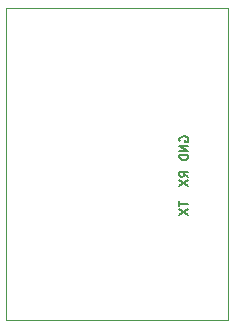
<source format=gbr>
G04 #@! TF.GenerationSoftware,KiCad,Pcbnew,(5.1.5)-3*
G04 #@! TF.CreationDate,2020-07-28T21:27:20+02:00*
G04 #@! TF.ProjectId,switch,73776974-6368-42e6-9b69-6361645f7063,rev?*
G04 #@! TF.SameCoordinates,PX18f3350PY2d4c310*
G04 #@! TF.FileFunction,Legend,Bot*
G04 #@! TF.FilePolarity,Positive*
%FSLAX46Y46*%
G04 Gerber Fmt 4.6, Leading zero omitted, Abs format (unit mm)*
G04 Created by KiCad (PCBNEW (5.1.5)-3) date 2020-07-28 21:27:20*
%MOMM*%
%LPD*%
G04 APERTURE LIST*
%ADD10C,0.150000*%
%ADD11C,0.050000*%
G04 APERTURE END LIST*
D10*
X14695714Y10038572D02*
X14695714Y9603143D01*
X15457714Y9820858D02*
X14695714Y9820858D01*
X14695714Y9421715D02*
X15457714Y8913715D01*
X14695714Y8913715D02*
X15457714Y9421715D01*
X14732000Y15118572D02*
X14695714Y15191143D01*
X14695714Y15300000D01*
X14732000Y15408858D01*
X14804571Y15481429D01*
X14877142Y15517715D01*
X15022285Y15554000D01*
X15131142Y15554000D01*
X15276285Y15517715D01*
X15348857Y15481429D01*
X15421428Y15408858D01*
X15457714Y15300000D01*
X15457714Y15227429D01*
X15421428Y15118572D01*
X15385142Y15082286D01*
X15131142Y15082286D01*
X15131142Y15227429D01*
X15457714Y14755715D02*
X14695714Y14755715D01*
X15457714Y14320286D01*
X14695714Y14320286D01*
X15457714Y13957429D02*
X14695714Y13957429D01*
X14695714Y13776000D01*
X14732000Y13667143D01*
X14804571Y13594572D01*
X14877142Y13558286D01*
X15022285Y13522000D01*
X15131142Y13522000D01*
X15276285Y13558286D01*
X15348857Y13594572D01*
X15421428Y13667143D01*
X15457714Y13776000D01*
X15457714Y13957429D01*
X15457714Y12125000D02*
X15094857Y12379000D01*
X15457714Y12560429D02*
X14695714Y12560429D01*
X14695714Y12270143D01*
X14732000Y12197572D01*
X14768285Y12161286D01*
X14840857Y12125000D01*
X14949714Y12125000D01*
X15022285Y12161286D01*
X15058571Y12197572D01*
X15094857Y12270143D01*
X15094857Y12560429D01*
X14695714Y11871000D02*
X15457714Y11363000D01*
X14695714Y11363000D02*
X15457714Y11871000D01*
D11*
X18796000Y26416000D02*
X0Y26416000D01*
X18796000Y0D02*
X18796000Y26416000D01*
X0Y0D02*
X18796000Y0D01*
X0Y26416000D02*
X0Y0D01*
M02*

</source>
